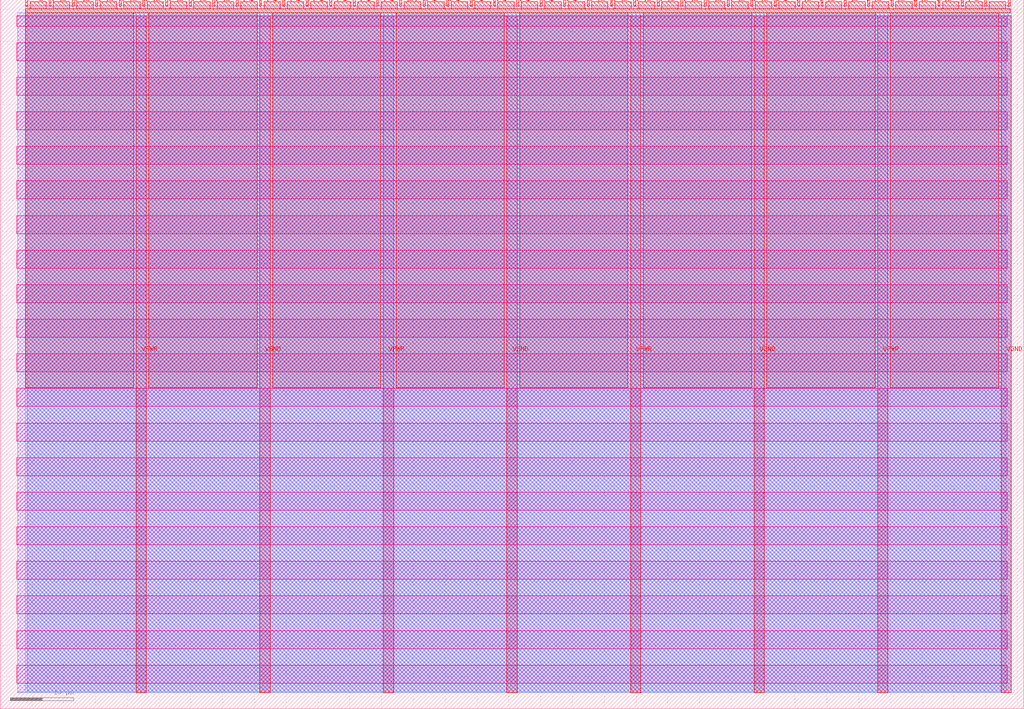
<source format=lef>
VERSION 5.7 ;
  NOWIREEXTENSIONATPIN ON ;
  DIVIDERCHAR "/" ;
  BUSBITCHARS "[]" ;
MACRO tt_um_mayrmichael_wave_generator
  CLASS BLOCK ;
  FOREIGN tt_um_mayrmichael_wave_generator ;
  ORIGIN 0.000 0.000 ;
  SIZE 161.000 BY 111.520 ;
  PIN VGND
    DIRECTION INOUT ;
    USE GROUND ;
    PORT
      LAYER met4 ;
        RECT 40.830 2.480 42.430 109.040 ;
    END
    PORT
      LAYER met4 ;
        RECT 79.700 2.480 81.300 109.040 ;
    END
    PORT
      LAYER met4 ;
        RECT 118.570 2.480 120.170 109.040 ;
    END
    PORT
      LAYER met4 ;
        RECT 157.440 2.480 159.040 109.040 ;
    END
  END VGND
  PIN VPWR
    DIRECTION INOUT ;
    USE POWER ;
    PORT
      LAYER met4 ;
        RECT 21.395 2.480 22.995 109.040 ;
    END
    PORT
      LAYER met4 ;
        RECT 60.265 2.480 61.865 109.040 ;
    END
    PORT
      LAYER met4 ;
        RECT 99.135 2.480 100.735 109.040 ;
    END
    PORT
      LAYER met4 ;
        RECT 138.005 2.480 139.605 109.040 ;
    END
  END VPWR
  PIN clk
    DIRECTION INPUT ;
    USE SIGNAL ;
    ANTENNAGATEAREA 0.852000 ;
    PORT
      LAYER met4 ;
        RECT 154.870 110.520 155.170 111.520 ;
    END
  END clk
  PIN ena
    DIRECTION INPUT ;
    USE SIGNAL ;
    ANTENNAGATEAREA 0.196500 ;
    PORT
      LAYER met4 ;
        RECT 158.550 110.520 158.850 111.520 ;
    END
  END ena
  PIN rst_n
    DIRECTION INPUT ;
    USE SIGNAL ;
    ANTENNAGATEAREA 0.196500 ;
    PORT
      LAYER met4 ;
        RECT 151.190 110.520 151.490 111.520 ;
    END
  END rst_n
  PIN ui_in[0]
    DIRECTION INPUT ;
    USE SIGNAL ;
    ANTENNAGATEAREA 0.196500 ;
    PORT
      LAYER met4 ;
        RECT 147.510 110.520 147.810 111.520 ;
    END
  END ui_in[0]
  PIN ui_in[1]
    DIRECTION INPUT ;
    USE SIGNAL ;
    ANTENNAGATEAREA 0.196500 ;
    PORT
      LAYER met4 ;
        RECT 143.830 110.520 144.130 111.520 ;
    END
  END ui_in[1]
  PIN ui_in[2]
    DIRECTION INPUT ;
    USE SIGNAL ;
    ANTENNAGATEAREA 0.196500 ;
    PORT
      LAYER met4 ;
        RECT 140.150 110.520 140.450 111.520 ;
    END
  END ui_in[2]
  PIN ui_in[3]
    DIRECTION INPUT ;
    USE SIGNAL ;
    ANTENNAGATEAREA 0.196500 ;
    PORT
      LAYER met4 ;
        RECT 136.470 110.520 136.770 111.520 ;
    END
  END ui_in[3]
  PIN ui_in[4]
    DIRECTION INPUT ;
    USE SIGNAL ;
    ANTENNAGATEAREA 0.196500 ;
    PORT
      LAYER met4 ;
        RECT 132.790 110.520 133.090 111.520 ;
    END
  END ui_in[4]
  PIN ui_in[5]
    DIRECTION INPUT ;
    USE SIGNAL ;
    ANTENNAGATEAREA 0.196500 ;
    PORT
      LAYER met4 ;
        RECT 129.110 110.520 129.410 111.520 ;
    END
  END ui_in[5]
  PIN ui_in[6]
    DIRECTION INPUT ;
    USE SIGNAL ;
    ANTENNAGATEAREA 0.196500 ;
    PORT
      LAYER met4 ;
        RECT 125.430 110.520 125.730 111.520 ;
    END
  END ui_in[6]
  PIN ui_in[7]
    DIRECTION INPUT ;
    USE SIGNAL ;
    ANTENNAGATEAREA 0.196500 ;
    PORT
      LAYER met4 ;
        RECT 121.750 110.520 122.050 111.520 ;
    END
  END ui_in[7]
  PIN uio_in[0]
    DIRECTION INPUT ;
    USE SIGNAL ;
    ANTENNAGATEAREA 0.196500 ;
    PORT
      LAYER met4 ;
        RECT 118.070 110.520 118.370 111.520 ;
    END
  END uio_in[0]
  PIN uio_in[1]
    DIRECTION INPUT ;
    USE SIGNAL ;
    ANTENNAGATEAREA 0.213000 ;
    PORT
      LAYER met4 ;
        RECT 114.390 110.520 114.690 111.520 ;
    END
  END uio_in[1]
  PIN uio_in[2]
    DIRECTION INPUT ;
    USE SIGNAL ;
    ANTENNAGATEAREA 0.126000 ;
    PORT
      LAYER met4 ;
        RECT 110.710 110.520 111.010 111.520 ;
    END
  END uio_in[2]
  PIN uio_in[3]
    DIRECTION INPUT ;
    USE SIGNAL ;
    ANTENNAGATEAREA 0.213000 ;
    PORT
      LAYER met4 ;
        RECT 107.030 110.520 107.330 111.520 ;
    END
  END uio_in[3]
  PIN uio_in[4]
    DIRECTION INPUT ;
    USE SIGNAL ;
    ANTENNAGATEAREA 0.213000 ;
    PORT
      LAYER met4 ;
        RECT 103.350 110.520 103.650 111.520 ;
    END
  END uio_in[4]
  PIN uio_in[5]
    DIRECTION INPUT ;
    USE SIGNAL ;
    PORT
      LAYER met4 ;
        RECT 99.670 110.520 99.970 111.520 ;
    END
  END uio_in[5]
  PIN uio_in[6]
    DIRECTION INPUT ;
    USE SIGNAL ;
    PORT
      LAYER met4 ;
        RECT 95.990 110.520 96.290 111.520 ;
    END
  END uio_in[6]
  PIN uio_in[7]
    DIRECTION INPUT ;
    USE SIGNAL ;
    PORT
      LAYER met4 ;
        RECT 92.310 110.520 92.610 111.520 ;
    END
  END uio_in[7]
  PIN uio_oe[0]
    DIRECTION OUTPUT TRISTATE ;
    USE SIGNAL ;
    PORT
      LAYER met4 ;
        RECT 29.750 110.520 30.050 111.520 ;
    END
  END uio_oe[0]
  PIN uio_oe[1]
    DIRECTION OUTPUT TRISTATE ;
    USE SIGNAL ;
    PORT
      LAYER met4 ;
        RECT 26.070 110.520 26.370 111.520 ;
    END
  END uio_oe[1]
  PIN uio_oe[2]
    DIRECTION OUTPUT TRISTATE ;
    USE SIGNAL ;
    PORT
      LAYER met4 ;
        RECT 22.390 110.520 22.690 111.520 ;
    END
  END uio_oe[2]
  PIN uio_oe[3]
    DIRECTION OUTPUT TRISTATE ;
    USE SIGNAL ;
    PORT
      LAYER met4 ;
        RECT 18.710 110.520 19.010 111.520 ;
    END
  END uio_oe[3]
  PIN uio_oe[4]
    DIRECTION OUTPUT TRISTATE ;
    USE SIGNAL ;
    PORT
      LAYER met4 ;
        RECT 15.030 110.520 15.330 111.520 ;
    END
  END uio_oe[4]
  PIN uio_oe[5]
    DIRECTION OUTPUT TRISTATE ;
    USE SIGNAL ;
    PORT
      LAYER met4 ;
        RECT 11.350 110.520 11.650 111.520 ;
    END
  END uio_oe[5]
  PIN uio_oe[6]
    DIRECTION OUTPUT TRISTATE ;
    USE SIGNAL ;
    PORT
      LAYER met4 ;
        RECT 7.670 110.520 7.970 111.520 ;
    END
  END uio_oe[6]
  PIN uio_oe[7]
    DIRECTION OUTPUT TRISTATE ;
    USE SIGNAL ;
    PORT
      LAYER met4 ;
        RECT 3.990 110.520 4.290 111.520 ;
    END
  END uio_oe[7]
  PIN uio_out[0]
    DIRECTION OUTPUT TRISTATE ;
    USE SIGNAL ;
    PORT
      LAYER met4 ;
        RECT 59.190 110.520 59.490 111.520 ;
    END
  END uio_out[0]
  PIN uio_out[1]
    DIRECTION OUTPUT TRISTATE ;
    USE SIGNAL ;
    PORT
      LAYER met4 ;
        RECT 55.510 110.520 55.810 111.520 ;
    END
  END uio_out[1]
  PIN uio_out[2]
    DIRECTION OUTPUT TRISTATE ;
    USE SIGNAL ;
    PORT
      LAYER met4 ;
        RECT 51.830 110.520 52.130 111.520 ;
    END
  END uio_out[2]
  PIN uio_out[3]
    DIRECTION OUTPUT TRISTATE ;
    USE SIGNAL ;
    PORT
      LAYER met4 ;
        RECT 48.150 110.520 48.450 111.520 ;
    END
  END uio_out[3]
  PIN uio_out[4]
    DIRECTION OUTPUT TRISTATE ;
    USE SIGNAL ;
    PORT
      LAYER met4 ;
        RECT 44.470 110.520 44.770 111.520 ;
    END
  END uio_out[4]
  PIN uio_out[5]
    DIRECTION OUTPUT TRISTATE ;
    USE SIGNAL ;
    ANTENNADIFFAREA 0.445500 ;
    PORT
      LAYER met4 ;
        RECT 40.790 110.520 41.090 111.520 ;
    END
  END uio_out[5]
  PIN uio_out[6]
    DIRECTION OUTPUT TRISTATE ;
    USE SIGNAL ;
    ANTENNADIFFAREA 0.795200 ;
    PORT
      LAYER met4 ;
        RECT 37.110 110.520 37.410 111.520 ;
    END
  END uio_out[6]
  PIN uio_out[7]
    DIRECTION OUTPUT TRISTATE ;
    USE SIGNAL ;
    ANTENNADIFFAREA 0.795200 ;
    PORT
      LAYER met4 ;
        RECT 33.430 110.520 33.730 111.520 ;
    END
  END uio_out[7]
  PIN uo_out[0]
    DIRECTION OUTPUT TRISTATE ;
    USE SIGNAL ;
    ANTENNAGATEAREA 0.252000 ;
    ANTENNADIFFAREA 0.891000 ;
    PORT
      LAYER met4 ;
        RECT 88.630 110.520 88.930 111.520 ;
    END
  END uo_out[0]
  PIN uo_out[1]
    DIRECTION OUTPUT TRISTATE ;
    USE SIGNAL ;
    ANTENNAGATEAREA 0.252000 ;
    ANTENNADIFFAREA 0.891000 ;
    PORT
      LAYER met4 ;
        RECT 84.950 110.520 85.250 111.520 ;
    END
  END uo_out[1]
  PIN uo_out[2]
    DIRECTION OUTPUT TRISTATE ;
    USE SIGNAL ;
    ANTENNAGATEAREA 0.373500 ;
    ANTENNADIFFAREA 0.891000 ;
    PORT
      LAYER met4 ;
        RECT 81.270 110.520 81.570 111.520 ;
    END
  END uo_out[2]
  PIN uo_out[3]
    DIRECTION OUTPUT TRISTATE ;
    USE SIGNAL ;
    ANTENNAGATEAREA 0.373500 ;
    ANTENNADIFFAREA 0.891000 ;
    PORT
      LAYER met4 ;
        RECT 77.590 110.520 77.890 111.520 ;
    END
  END uo_out[3]
  PIN uo_out[4]
    DIRECTION OUTPUT TRISTATE ;
    USE SIGNAL ;
    ANTENNAGATEAREA 0.252000 ;
    ANTENNADIFFAREA 0.891000 ;
    PORT
      LAYER met4 ;
        RECT 73.910 110.520 74.210 111.520 ;
    END
  END uo_out[4]
  PIN uo_out[5]
    DIRECTION OUTPUT TRISTATE ;
    USE SIGNAL ;
    ANTENNAGATEAREA 0.373500 ;
    ANTENNADIFFAREA 0.891000 ;
    PORT
      LAYER met4 ;
        RECT 70.230 110.520 70.530 111.520 ;
    END
  END uo_out[5]
  PIN uo_out[6]
    DIRECTION OUTPUT TRISTATE ;
    USE SIGNAL ;
    ANTENNAGATEAREA 0.252000 ;
    ANTENNADIFFAREA 0.891000 ;
    PORT
      LAYER met4 ;
        RECT 66.550 110.520 66.850 111.520 ;
    END
  END uo_out[6]
  PIN uo_out[7]
    DIRECTION OUTPUT TRISTATE ;
    USE SIGNAL ;
    ANTENNAGATEAREA 0.378000 ;
    ANTENNADIFFAREA 0.891000 ;
    PORT
      LAYER met4 ;
        RECT 62.870 110.520 63.170 111.520 ;
    END
  END uo_out[7]
  OBS
      LAYER nwell ;
        RECT 2.570 107.385 158.430 108.990 ;
        RECT 2.570 101.945 158.430 104.775 ;
        RECT 2.570 96.505 158.430 99.335 ;
        RECT 2.570 91.065 158.430 93.895 ;
        RECT 2.570 85.625 158.430 88.455 ;
        RECT 2.570 80.185 158.430 83.015 ;
        RECT 2.570 74.745 158.430 77.575 ;
        RECT 2.570 69.305 158.430 72.135 ;
        RECT 2.570 63.865 158.430 66.695 ;
        RECT 2.570 58.425 158.430 61.255 ;
        RECT 2.570 52.985 158.430 55.815 ;
        RECT 2.570 47.545 158.430 50.375 ;
        RECT 2.570 42.105 158.430 44.935 ;
        RECT 2.570 36.665 158.430 39.495 ;
        RECT 2.570 31.225 158.430 34.055 ;
        RECT 2.570 25.785 158.430 28.615 ;
        RECT 2.570 20.345 158.430 23.175 ;
        RECT 2.570 14.905 158.430 17.735 ;
        RECT 2.570 9.465 158.430 12.295 ;
        RECT 2.570 4.025 158.430 6.855 ;
      LAYER li1 ;
        RECT 2.760 2.635 158.240 108.885 ;
      LAYER met1 ;
        RECT 2.760 2.480 159.040 109.440 ;
      LAYER met2 ;
        RECT 4.230 2.535 159.010 110.685 ;
      LAYER met3 ;
        RECT 3.950 2.555 159.030 110.665 ;
      LAYER met4 ;
        RECT 4.690 110.120 7.270 111.170 ;
        RECT 8.370 110.120 10.950 111.170 ;
        RECT 12.050 110.120 14.630 111.170 ;
        RECT 15.730 110.120 18.310 111.170 ;
        RECT 19.410 110.120 21.990 111.170 ;
        RECT 23.090 110.120 25.670 111.170 ;
        RECT 26.770 110.120 29.350 111.170 ;
        RECT 30.450 110.120 33.030 111.170 ;
        RECT 34.130 110.120 36.710 111.170 ;
        RECT 37.810 110.120 40.390 111.170 ;
        RECT 41.490 110.120 44.070 111.170 ;
        RECT 45.170 110.120 47.750 111.170 ;
        RECT 48.850 110.120 51.430 111.170 ;
        RECT 52.530 110.120 55.110 111.170 ;
        RECT 56.210 110.120 58.790 111.170 ;
        RECT 59.890 110.120 62.470 111.170 ;
        RECT 63.570 110.120 66.150 111.170 ;
        RECT 67.250 110.120 69.830 111.170 ;
        RECT 70.930 110.120 73.510 111.170 ;
        RECT 74.610 110.120 77.190 111.170 ;
        RECT 78.290 110.120 80.870 111.170 ;
        RECT 81.970 110.120 84.550 111.170 ;
        RECT 85.650 110.120 88.230 111.170 ;
        RECT 89.330 110.120 91.910 111.170 ;
        RECT 93.010 110.120 95.590 111.170 ;
        RECT 96.690 110.120 99.270 111.170 ;
        RECT 100.370 110.120 102.950 111.170 ;
        RECT 104.050 110.120 106.630 111.170 ;
        RECT 107.730 110.120 110.310 111.170 ;
        RECT 111.410 110.120 113.990 111.170 ;
        RECT 115.090 110.120 117.670 111.170 ;
        RECT 118.770 110.120 121.350 111.170 ;
        RECT 122.450 110.120 125.030 111.170 ;
        RECT 126.130 110.120 128.710 111.170 ;
        RECT 129.810 110.120 132.390 111.170 ;
        RECT 133.490 110.120 136.070 111.170 ;
        RECT 137.170 110.120 139.750 111.170 ;
        RECT 140.850 110.120 143.430 111.170 ;
        RECT 144.530 110.120 147.110 111.170 ;
        RECT 148.210 110.120 150.790 111.170 ;
        RECT 151.890 110.120 154.470 111.170 ;
        RECT 155.570 110.120 158.150 111.170 ;
        RECT 3.975 109.440 158.865 110.120 ;
        RECT 3.975 50.495 20.995 109.440 ;
        RECT 23.395 50.495 40.430 109.440 ;
        RECT 42.830 50.495 59.865 109.440 ;
        RECT 62.265 50.495 79.300 109.440 ;
        RECT 81.700 50.495 98.735 109.440 ;
        RECT 101.135 50.495 118.170 109.440 ;
        RECT 120.570 50.495 137.605 109.440 ;
        RECT 140.005 50.495 157.040 109.440 ;
  END
END tt_um_mayrmichael_wave_generator
END LIBRARY


</source>
